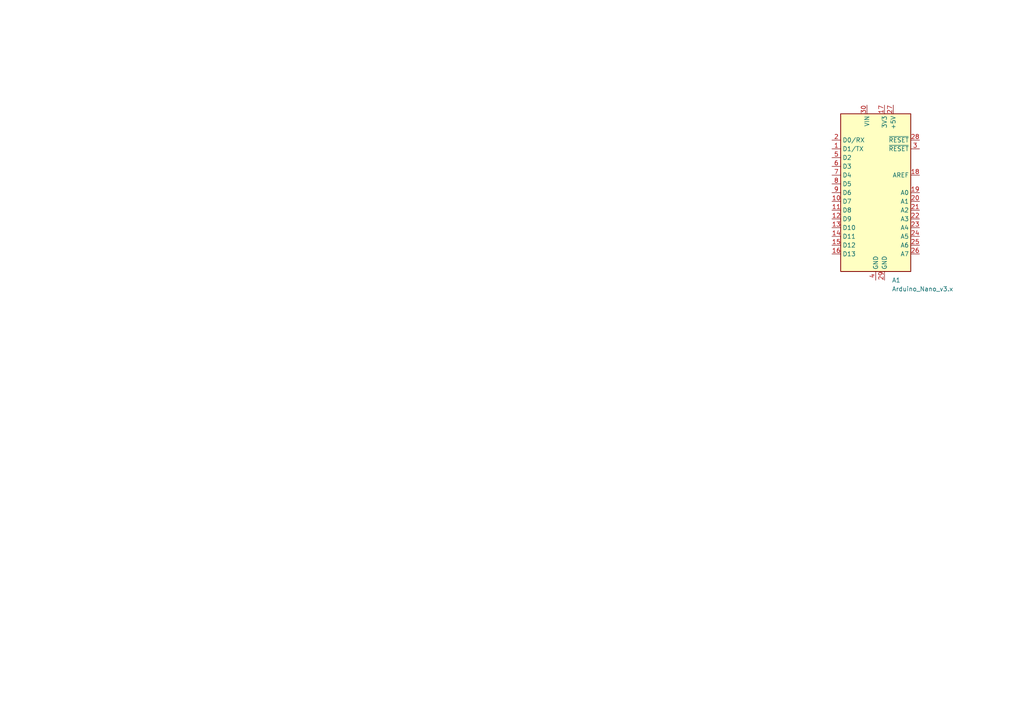
<source format=kicad_sch>
(kicad_sch (version 20250114) (generator "eeschema") (generator_version "9.0")
  (paper "A4")
  (lib_symbols
    (symbol "MCU_Module:Arduino_Nano_v3.x"
      (property "Reference" "A" (at -10.16 23.495 0))
      (property "Value" "Arduino_Nano_v3.x" (at 5.08 -24.13 0))
      (symbol "Arduino_Nano_v3.x_0_1"
        (rectangle (start -10.16 22.86) (end 10.16 -22.86) (stroke (width 0.254)) (fill (type background)))
      )
      (symbol "Arduino_Nano_v3.x_1_1"
        (pin bidirectional line (at -12.7 15.24 0) (length 2.54) (name "D0/RX") (number "2"))
        (pin bidirectional line (at -12.7 12.7 0) (length 2.54) (name "D1/TX") (number "1"))
        (pin bidirectional line (at -12.7 10.16 0) (length 2.54) (name "D2") (number "5"))
        (pin bidirectional line (at -12.7 7.62 0) (length 2.54) (name "D3") (number "6"))
        (pin bidirectional line (at -12.7 5.08 0) (length 2.54) (name "D4") (number "7"))
        (pin bidirectional line (at -12.7 2.54 0) (length 2.54) (name "D5") (number "8"))
        (pin bidirectional line (at -12.7 0 0) (length 2.54) (name "D6") (number "9"))
        (pin bidirectional line (at -12.7 -2.54 0) (length 2.54) (name "D7") (number "10"))
        (pin bidirectional line (at -12.7 -5.08 0) (length 2.54) (name "D8") (number "11"))
        (pin bidirectional line (at -12.7 -7.62 0) (length 2.54) (name "D9") (number "12"))
        (pin bidirectional line (at -12.7 -10.16 0) (length 2.54) (name "D10") (number "13"))
        (pin bidirectional line (at -12.7 -12.7 0) (length 2.54) (name "D11") (number "14"))
        (pin bidirectional line (at -12.7 -15.24 0) (length 2.54) (name "D12") (number "15"))
        (pin bidirectional line (at -12.7 -17.78 0) (length 2.54) (name "D13") (number "16"))
        (pin power_in line (at -2.54 25.4 270) (length 2.54) (name "VIN") (number "30"))
        (pin power_in line (at 0 -25.4 90) (length 2.54) (name "GND") (number "4"))
        (pin power_out line (at 2.54 25.4 270) (length 2.54) (name "3V3") (number "17"))
        (pin power_in line (at 2.54 -25.4 90) (length 2.54) (name "GND") (number "29"))
        (pin power_out line (at 5.08 25.4 270) (length 2.54) (name "+5V") (number "27"))
        (pin input line (at 12.7 15.24 180) (length 2.54) (name "~{RESET}") (number "28"))
        (pin input line (at 12.7 12.7 180) (length 2.54) (name "~{RESET}") (number "3"))
        (pin input line (at 12.7 5.08 180) (length 2.54) (name "AREF") (number "18"))
        (pin bidirectional line (at 12.7 0 180) (length 2.54) (name "A0") (number "19"))
        (pin bidirectional line (at 12.7 -2.54 180) (length 2.54) (name "A1") (number "20"))
        (pin bidirectional line (at 12.7 -5.08 180) (length 2.54) (name "A2") (number "21"))
        (pin bidirectional line (at 12.7 -7.62 180) (length 2.54) (name "A3") (number "22"))
        (pin bidirectional line (at 12.7 -10.16 180) (length 2.54) (name "A4") (number "23"))
        (pin bidirectional line (at 12.7 -12.7 180) (length 2.54) (name "A5") (number "24"))
        (pin bidirectional line (at 12.7 -15.24 180) (length 2.54) (name "A6") (number "25"))
        (pin bidirectional line (at 12.7 -17.78 180) (length 2.54) (name "A7") (number "26"))
      )
    )
  )
  (symbol (lib_id "MCU_Module:Arduino_Nano_v3.x") (at 254 55.88 0) (unit 1)
    (property "Reference" "A1" (at 258.6833 81.28 0) (effects (justify left)))
    (property "Value" "Arduino_Nano_v3.x" (at 258.6833 83.82 0) (effects (justify left)))
    (property "Footprint" "Module:Arduino_Nano" (effects (hide yes)))
    (property "Datasheet" "http://www.mouser.com/pdfdocs/Gravitech_Arduino_Nano3_0.pdf" (effects (hide yes)))
    (property "Description" "Arduino Nano v3.x" (effects (hide yes)))
  )
)
</source>
